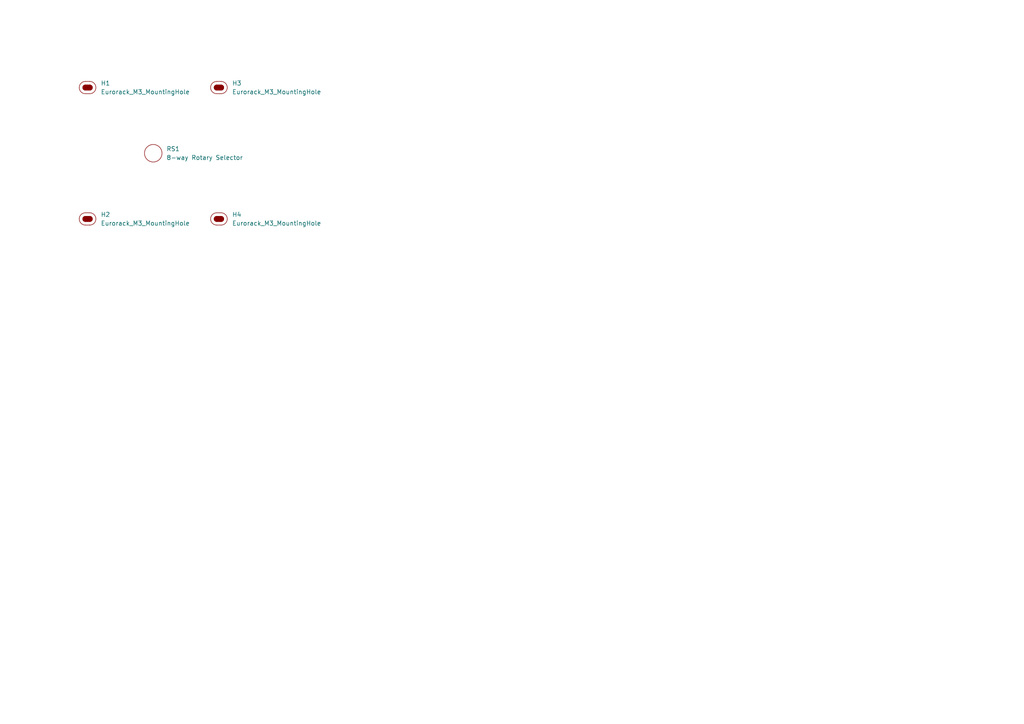
<source format=kicad_sch>
(kicad_sch (version 20250114) (generator "eeschema") (generator_version "9.0")
  (paper "A4")
  (lib_symbols
    (symbol "EXC:Eurorack_M3_MountingHole" (pin_names (offset 1.016))
      (property "Reference" "H" (at 0 5.08 0))
      (property "Value" "Eurorack_M3_MountingHole" (at 0 3.175 0))
      (symbol "Eurorack_M3_MountingHole_0_1"
        (polyline (pts (xy -0.635 0.762) (xy 0.635 0.762)))
        (circle (center -0.635 0) (radius 0.762) (fill (type outline)))
        (arc (start -0.635 -0.762) (mid -1.397 0) (end -0.635 0.762))
        (arc (start -0.635 -1.778) (mid -2.413 0) (end -0.635 1.778))
        (polyline (pts (xy -0.635 -0.762) (xy 0.635 -0.762)))
        (polyline (pts (xy -0.635 -1.778) (xy 0.635 -1.778)))
        (circle (center 0 0) (radius 0.762) (fill (type outline)))
        (polyline (pts (xy 0.635 1.778) (xy -0.635 1.778)))
        (arc (start 0.6141 1.778) (mid 2.4131 0) (end 0.6141 -1.778))
        (arc (start 0.6227 0.762) (mid 1.3971 0) (end 0.6227 -0.762))
        (circle (center 0.635 0) (radius 0.762) (fill (type outline)))
      )
    )
    (symbol "EXC:Rotary_Selector_Panel_Mount_M9"
      (property "Reference" "RS" (at 0 4.064 0))
      (property "Value" "8-way Rotary Selector" (at 0 -3.81 0))
      (symbol "Rotary_Selector_Panel_Mount_M9_0_1"
        (circle (center 0 0) (radius 2.54))
      )
    )
  )
  (symbol (lib_id "EXC:Eurorack_M3_MountingHole") (at 63.5 25.4 0) (unit 1)
    (property "Reference" "H3" (at 67.31 24.1299 0) (effects (justify left)))
    (property "Value" "Eurorack_M3_MountingHole" (at 67.31 26.6699 0) (effects (justify left)))
    (property "Footprint" "EXC:MountingHole_3.2mm_M3" (effects (hide yes)))
    (property "Description" "Mounting Hole without connection" (effects (hide yes)))
  )
  (symbol (lib_id "EXC:Eurorack_M3_MountingHole") (at 63.5 63.5 0) (unit 1)
    (property "Reference" "H4" (at 67.31 62.2299 0) (effects (justify left)))
    (property "Value" "Eurorack_M3_MountingHole" (at 67.31 64.7699 0) (effects (justify left)))
    (property "Footprint" "EXC:MountingHole_3.2mm_M3" (effects (hide yes)))
    (property "Description" "Mounting Hole without connection" (effects (hide yes)))
  )
  (symbol (lib_id "EXC:Rotary_Selector_Panel_Mount_M9") (at 44.45 44.45 0) (unit 1)
    (property "Reference" "RS1" (at 48.26 43.1799 0) (effects (justify left)))
    (property "Value" "8-way Rotary Selector" (at 48.26 45.7199 0) (effects (justify left)))
    (property "Footprint" "EXC:Rotary_Selector_Panel_Mount_M9" (effects (hide yes)))
    (property "Datasheet" "https://cdn-shop.adafruit.com/product-files/2925/SR16A-18-15KQ.pdf" (effects (hide yes)))
    (property "Description" "8-way panel-mount Rotary Selector" (effects (hide yes)))
    (property "Source" "https://www.adafruit.com/product/2925" (effects (hide yes)))
  )
  (symbol (lib_id "EXC:Eurorack_M3_MountingHole") (at 25.4 25.4 0) (unit 1)
    (property "Reference" "H1" (at 29.21 24.1299 0) (effects (justify left)))
    (property "Value" "Eurorack_M3_MountingHole" (at 29.21 26.6699 0) (effects (justify left)))
    (property "Footprint" "EXC:MountingHole_3.2mm_M3" (effects (hide yes)))
    (property "Description" "Mounting Hole without connection" (effects (hide yes)))
  )
  (symbol (lib_id "EXC:Eurorack_M3_MountingHole") (at 25.4 63.5 0) (unit 1)
    (property "Reference" "H2" (at 29.21 62.2299 0) (effects (justify left)))
    (property "Value" "Eurorack_M3_MountingHole" (at 29.21 64.7699 0) (effects (justify left)))
    (property "Footprint" "EXC:MountingHole_3.2mm_M3" (effects (hide yes)))
    (property "Description" "Mounting Hole without connection" (effects (hide yes)))
  )
)
</source>
